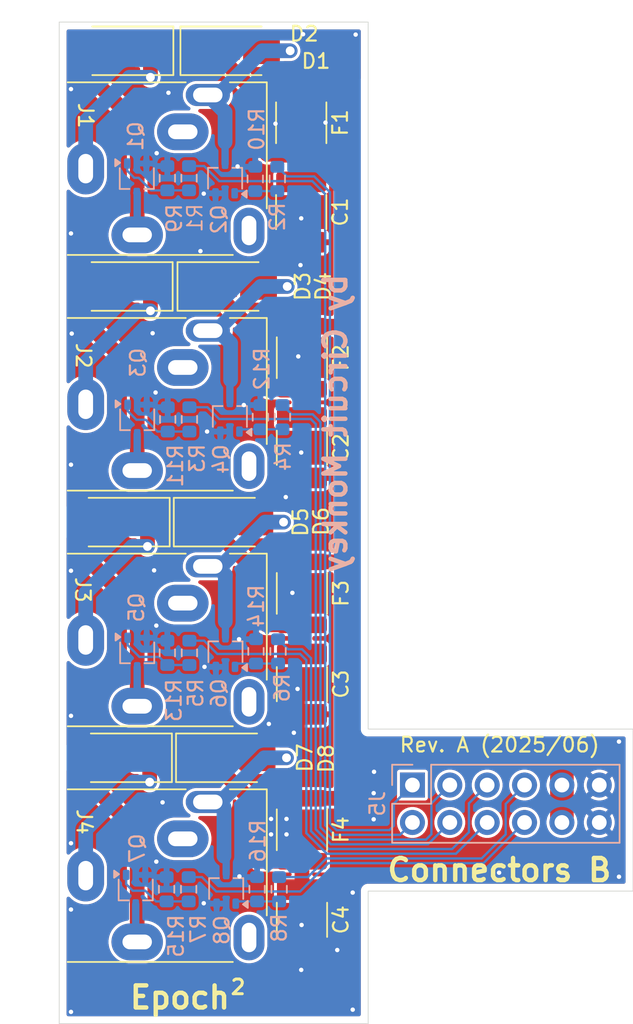
<source format=kicad_pcb>
(kicad_pcb (version 20241229) (generator "pcbnew") (generator_version "9.0")
  (layers (0 "F.Cu" signal) (2 "B.Cu" signal) (13 "F.Paste" user) (15 "B.Paste" user) (5 "F.SilkS" user "F.Silkscreen") (7 "B.SilkS" user "B.Silkscreen") (1 "F.Mask" user) (3 "B.Mask" user) (25 "Edge.Cuts" user))
  (net 0 "")
  (net 1 "GND")
  (net 3 "Net-(Q1-G)")
  (net 4 "Net-(Q2-G)")
  (net 12 "CH02")
  (net 13 "CH04")
  (net 14 "/VMOT")
  (net 15 "CH06")
  (net 16 "CH03")
  (net 17 "CH05")
  (net 18 "CH01")
  (net 19 "CH07")
  (net 20 "CH08")
  (net 21 "Net-(Q3-G)")
  (net 22 "Net-(Q4-G)")
  (net 23 "Net-(Q5-G)")
  (net 24 "Net-(Q6-G)")
  (net 25 "Net-(Q7-G)")
  (net 26 "Net-(Q8-G)")
  (net 27 "/VMF12")
  (net 28 "/VMF34")
  (net 29 "/VMF56")
  (net 30 "/VMF78")
  (net 31 "/VML1")
  (net 32 "/VML2")
  (net 33 "/VML3")
  (net 34 "/VML4")
  (net 35 "/VML5")
  (net 36 "/VML6")
  (net 37 "/VML7")
  (net 38 "/VML8")
  (footprint "Capacitor_SMD:C_1812_4532Metric" (layer "F.Cu") (at 134.5 78.9 -90)
    (property "Reference" "C2" (at 0 -2.65 90) (layer "F.SilkS"))
    (property "Value" "22uF/16V")
    (pad "1" smd roundrect (at -2.05 0 270) (size 1.4 3.4) (layers "F.Cu" "F.Mask" "F.Paste") (roundrect_rratio 0.178571) (net 28 "/VMF34"))
    (pad "2" smd roundrect (at 2.05 0 270) (size 1.4 3.4) (layers "F.Cu" "F.Mask" "F.Paste") (roundrect_rratio 0.178571) (net 1 "GND"))
  )
  (footprint "Diode_SMD:D_SMA" (layer "F.Cu") (at 129.3 83.95)
    (property "Reference" "D6" (at 6.5 -0.05 270) (layer "F.SilkS"))
    (property "Value" "NRVA4007T3G")
    (pad "1" smd roundrect (at -2 0) (size 2.5 1.8) (layers "F.Cu" "F.Mask" "F.Paste") (roundrect_rratio 0.1388888889) (net 29 "/VMF56"))
    (pad "2" smd roundrect (at 2 0) (size 2.5 1.8) (layers "F.Cu" "F.Mask" "F.Paste") (roundrect_rratio 0.1388888889) (net 36 "/VML6"))
  )
  (footprint "Diode_SMD:D_SMA" (layer "F.Cu") (at 129.45 99.95)
    (property "Reference" "D8" (at 6.7 0.05 270) (layer "F.SilkS"))
    (property "Value" "NRVA4007T3G")
    (pad "1" smd roundrect (at -2 0) (size 2.5 1.8) (layers "F.Cu" "F.Mask" "F.Paste") (roundrect_rratio 0.1388888889) (net 30 "/VMF78"))
    (pad "2" smd roundrect (at 2 0) (size 2.5 1.8) (layers "F.Cu" "F.Mask" "F.Paste") (roundrect_rratio 0.1388888889) (net 38 "/VML8"))
  )
  (footprint "Capacitor_SMD:C_1812_4532Metric" (layer "F.Cu") (at 134.5 110.95 -90)
    (property "Reference" "C4" (at 0 -2.65 90) (layer "F.SilkS"))
    (property "Value" "22uF/16V")
    (pad "1" smd roundrect (at -2.05 0 270) (size 1.4 3.4) (layers "F.Cu" "F.Mask" "F.Paste") (roundrect_rratio 0.178571) (net 30 "/VMF78"))
    (pad "2" smd roundrect (at 2.05 0 270) (size 1.4 3.4) (layers "F.Cu" "F.Mask" "F.Paste") (roundrect_rratio 0.178571) (net 1 "GND"))
  )
  (footprint "Resistor_SMD:R_1812_4532Metric" (layer "F.Cu") (at 134.45 56.8375 -90)
    (property "Reference" "F1" (at 0 -2.65 90) (layer "F.SilkS"))
    (property "Value" "MF-MSMF075")
    (pad "1" smd roundrect (at -2.1375 0 270) (size 1.125 3.4) (layers "F.Cu" "F.Mask" "F.Paste") (roundrect_rratio 0.222222) (net 14 "/VMOT"))
    (pad "2" smd roundrect (at 2.1375 0 270) (size 1.125 3.4) (layers "F.Cu" "F.Mask" "F.Paste") (roundrect_rratio 0.222222) (net 27 "/VMF12"))
  )
  (footprint "Connector_Audio:Jack_3.5mm_CUI_SJ1-3515N_Horizontal" (layer "F.Cu") (at 119.8 107.95)
    (property "Reference" "J4" (at -0.1 -3.65 270) (layer "F.SilkS"))
    (property "Value" "Jack - Tayda A-4780")
    (pad "R" thru_hole oval (at 8.3 -5) (size 3 1.5) (drill oval 2 1) (layers "*.Cu" "*.Mask") (net 38 "/VML8"))
    (pad "RN" thru_hole oval (at 6.6 -2.5) (size 3.5 2.5) (drill oval 2 1) (layers "*.Cu" "*.Mask"))
    (pad "S" thru_hole oval (at 0 0 270) (size 3.5 2.5) (drill oval 2 1) (layers "*.Cu" "*.Mask") (net 30 "/VMF78"))
    (pad "T" thru_hole oval (at 3.5 4.5) (size 3.5 2.5) (drill oval 2 1) (layers "*.Cu" "*.Mask") (net 37 "/VML7"))
    (pad "TN" thru_hole oval (at 11.1 4.2 90) (size 3.1 2.1) (drill oval 2 1) (layers "*.Cu" "*.Mask"))
  )
  (footprint "Diode_SMD:D_SMA" (layer "F.Cu") (at 129.75 51.95)
    (property "Reference" "D2" (at 4.9 -1.15 180) (layer "F.SilkS"))
    (property "Value" "NRVA4007T3G")
    (pad "1" smd roundrect (at -2 0) (size 2.5 1.8) (layers "F.Cu" "F.Mask" "F.Paste") (roundrect_rratio 0.1388888889) (net 27 "/VMF12"))
    (pad "2" smd roundrect (at 2 0) (size 2.5 1.8) (layers "F.Cu" "F.Mask" "F.Paste") (roundrect_rratio 0.1388888889) (net 32 "/VML2"))
  )
  (footprint "Resistor_SMD:R_1812_4532Metric" (layer "F.Cu") (at 134.5 88.7875 -90)
    (property "Reference" "F3" (at 0 -2.65 90) (layer "F.SilkS"))
    (property "Value" "MF-MSMF075")
    (pad "1" smd roundrect (at -2.1375 0 270) (size 1.125 3.4) (layers "F.Cu" "F.Mask" "F.Paste") (roundrect_rratio 0.222222) (net 14 "/VMOT"))
    (pad "2" smd roundrect (at 2.1375 0 270) (size 1.125 3.4) (layers "F.Cu" "F.Mask" "F.Paste") (roundrect_rratio 0.222222) (net 29 "/VMF56"))
  )
  (footprint "Resistor_SMD:R_1812_4532Metric" (layer "F.Cu") (at 134.5 72.7875 -90)
    (property "Reference" "F2" (at 0 -2.65 90) (layer "F.SilkS"))
    (property "Value" "MF-MSMF075")
    (pad "1" smd roundrect (at -2.1375 0 270) (size 1.125 3.4) (layers "F.Cu" "F.Mask" "F.Paste") (roundrect_rratio 0.222222) (net 14 "/VMOT"))
    (pad "2" smd roundrect (at 2.1375 0 270) (size 1.125 3.4) (layers "F.Cu" "F.Mask" "F.Paste") (roundrect_rratio 0.222222) (net 28 "/VMF34"))
  )
  (footprint "Diode_SMD:D_SMA" (layer "F.Cu") (at 122.2 67.95 180)
    (property "Reference" "D3" (at -12.35 0 270) (layer "F.SilkS"))
    (property "Value" "NRVA4007T3G")
    (pad "1" smd roundrect (at -2 0 180) (size 2.5 1.8) (layers "F.Cu" "F.Mask" "F.Paste") (roundrect_rratio 0.1388888889) (net 28 "/VMF34"))
    (pad "2" smd roundrect (at 2 0 180) (size 2.5 1.8) (layers "F.Cu" "F.Mask" "F.Paste") (roundrect_rratio 0.1388888889) (net 33 "/VML3"))
  )
  (footprint "Diode_SMD:D_SMA" (layer "F.Cu") (at 129.55 67.95)
    (property "Reference" "D4" (at 6.4 0 90) (layer "F.SilkS"))
    (property "Value" "NRVA4007T3G")
    (pad "1" smd roundrect (at -2 0) (size 2.5 1.8) (layers "F.Cu" "F.Mask" "F.Paste") (roundrect_rratio 0.1388888889) (net 28 "/VMF34"))
    (pad "2" smd roundrect (at 2 0) (size 2.5 1.8) (layers "F.Cu" "F.Mask" "F.Paste") (roundrect_rratio 0.1388888889) (net 34 "/VML4"))
  )
  (footprint "Capacitor_SMD:C_1812_4532Metric" (layer "F.Cu") (at 134.5 94.95 -90)
    (property "Reference" "C3" (at 0 -2.65 90) (layer "F.SilkS"))
    (property "Value" "22uF/16V")
    (pad "1" smd roundrect (at -2.05 0 270) (size 1.4 3.4) (layers "F.Cu" "F.Mask" "F.Paste") (roundrect_rratio 0.178571) (net 29 "/VMF56"))
    (pad "2" smd roundrect (at 2.05 0 270) (size 1.4 3.4) (layers "F.Cu" "F.Mask" "F.Paste") (roundrect_rratio 0.178571) (net 1 "GND"))
  )
  (footprint "Connector_Audio:Jack_3.5mm_CUI_SJ1-3515N_Horizontal" (layer "F.Cu") (at 119.8 59.95)
    (property "Reference" "J1" (at 0 -3.6 270) (layer "F.SilkS"))
    (property "Value" "Jack - Tayda A-4780")
    (pad "R" thru_hole oval (at 8.3 -5) (size 3 1.5) (drill oval 2 1) (layers "*.Cu" "*.Mask") (net 32 "/VML2"))
    (pad "RN" thru_hole oval (at 6.6 -2.5) (size 3.5 2.5) (drill oval 2 1) (layers "*.Cu" "*.Mask"))
    (pad "S" thru_hole oval (at 0 0 270) (size 3.5 2.5) (drill oval 2 1) (layers "*.Cu" "*.Mask") (net 27 "/VMF12"))
    (pad "T" thru_hole oval (at 3.5 4.5) (size 3.5 2.5) (drill oval 2 1) (layers "*.Cu" "*.Mask") (net 31 "/VML1"))
    (pad "TN" thru_hole oval (at 11.1 4.2 90) (size 3.1 2.1) (drill oval 2 1) (layers "*.Cu" "*.Mask"))
  )
  (footprint "Resistor_SMD:R_1812_4532Metric" (layer "F.Cu") (at 134.5 104.8375 -90)
    (property "Reference" "F4" (at 0 -2.65 90) (layer "F.SilkS"))
    (property "Value" "MF-MSMF075")
    (pad "1" smd roundrect (at -2.1375 0 270) (size 1.125 3.4) (layers "F.Cu" "F.Mask" "F.Paste") (roundrect_rratio 0.222222) (net 14 "/VMOT"))
    (pad "2" smd roundrect (at 2.1375 0 270) (size 1.125 3.4) (layers "F.Cu" "F.Mask" "F.Paste") (roundrect_rratio 0.222222) (net 30 "/VMF78"))
  )
  (footprint "Connector_Audio:Jack_3.5mm_CUI_SJ1-3515N_Horizontal" (layer "F.Cu") (at 119.8 75.95)
    (property "Reference" "J2" (at -0.15 -3.3 270) (layer "F.SilkS"))
    (property "Value" "Jack - Tayda A-4780")
    (pad "R" thru_hole oval (at 8.3 -5) (size 3 1.5) (drill oval 2 1) (layers "*.Cu" "*.Mask") (net 34 "/VML4"))
    (pad "RN" thru_hole oval (at 6.6 -2.5) (size 3.5 2.5) (drill oval 2 1) (layers "*.Cu" "*.Mask"))
    (pad "S" thru_hole oval (at 0 0 270) (size 3.5 2.5) (drill oval 2 1) (layers "*.Cu" "*.Mask") (net 28 "/VMF34"))
    (pad "T" thru_hole oval (at 3.5 4.5) (size 3.5 2.5) (drill oval 2 1) (layers "*.Cu" "*.Mask") (net 33 "/VML3"))
    (pad "TN" thru_hole oval (at 11.1 4.2 90) (size 3.1 2.1) (drill oval 2 1) (layers "*.Cu" "*.Mask"))
  )
  (footprint "Capacitor_SMD:C_1812_4532Metric" (layer "F.Cu") (at 134.45 62.9 -90)
    (property "Reference" "C1" (at 0 -2.65 90) (layer "F.SilkS"))
    (property "Value" "22uF/16V")
    (pad "1" smd roundrect (at -2.05 0 270) (size 1.4 3.4) (layers "F.Cu" "F.Mask" "F.Paste") (roundrect_rratio 0.178571) (net 27 "/VMF12"))
    (pad "2" smd roundrect (at 2.05 0 270) (size 1.4 3.4) (layers "F.Cu" "F.Mask" "F.Paste") (roundrect_rratio 0.178571) (net 1 "GND"))
  )
  (footprint "Diode_SMD:D_SMA" (layer "F.Cu") (at 122 83.95 180)
    (property "Reference" "D5" (at -12.4 0 90) (layer "F.SilkS"))
    (property "Value" "NRVA4007T3G")
    (pad "1" smd roundrect (at -2 0 180) (size 2.5 1.8) (layers "F.Cu" "F.Mask" "F.Paste") (roundrect_rratio 0.1388888889) (net 29 "/VMF56"))
    (pad "2" smd roundrect (at 2 0 180) (size 2.5 1.8) (layers "F.Cu" "F.Mask" "F.Paste") (roundrect_rratio 0.1388888889) (net 35 "/VML5"))
  )
  (footprint "Diode_SMD:D_SMA" (layer "F.Cu") (at 122.15 99.95 180)
    (property "Reference" "D7" (at -12.55 0 270) (layer "F.SilkS"))
    (property "Value" "NRVA4007T3G")
    (pad "1" smd roundrect (at -2 0 180) (size 2.5 1.8) (layers "F.Cu" "F.Mask" "F.Paste") (roundrect_rratio 0.1388888889) (net 30 "/VMF78"))
    (pad "2" smd roundrect (at 2 0 180) (size 2.5 1.8) (layers "F.Cu" "F.Mask" "F.Paste") (roundrect_rratio 0.1388888889) (net 37 "/VML7"))
  )
  (footprint "Connector_Audio:Jack_3.5mm_CUI_SJ1-3515N_Horizontal" (layer "F.Cu") (at 119.8 91.95)
    (property "Reference" "J3" (at -0.2 -3.4 270) (layer "F.SilkS"))
    (property "Value" "Jack - Tayda A-4780")
    (pad "R" thru_hole oval (at 8.3 -5) (size 3 1.5) (drill oval 2 1) (layers "*.Cu" "*.Mask") (net 36 "/VML6"))
    (pad "RN" thru_hole oval (at 6.6 -2.5) (size 3.5 2.5) (drill oval 2 1) (layers "*.Cu" "*.Mask"))
    (pad "S" thru_hole oval (at 0 0 270) (size 3.5 2.5) (drill oval 2 1) (layers "*.Cu" "*.Mask") (net 29 "/VMF56"))
    (pad "T" thru_hole oval (at 3.5 4.5) (size 3.5 2.5) (drill oval 2 1) (layers "*.Cu" "*.Mask") (net 35 "/VML5"))
    (pad "TN" thru_hole oval (at 11.1 4.2 90) (size 3.1 2.1) (drill oval 2 1) (layers "*.Cu" "*.Mask"))
  )
  (footprint "Diode_SMD:D_SMA" (layer "F.Cu") (at 122.25 51.95 180)
    (property "Reference" "D1" (at -13.2 -0.7 0) (layer "F.SilkS"))
    (property "Value" "NRVA4007T3G")
    (pad "1" smd roundrect (at -2 0 180) (size 2.5 1.8) (layers "F.Cu" "F.Mask" "F.Paste") (roundrect_rratio 0.1388888889) (net 27 "/VMF12"))
    (pad "2" smd roundrect (at 2 0 180) (size 2.5 1.8) (layers "F.Cu" "F.Mask" "F.Paste") (roundrect_rratio 0.1388888889) (net 31 "/VML1"))
  )
  (footprint "Resistor_SMD:R_0603_1608Metric" (layer "B.Cu") (at 131.325 60.65 90)
    (property "Reference" "R10" (at 3.375 0.1 90) (layer "B.SilkS") (effects (justify mirror)))
    (property "Value" "100K")
    (pad "1" smd roundrect (at -0.825 0 90) (size 0.8 0.95) (layers "B.Cu" "B.Mask" "B.Paste") (net 4 "Net-(Q2-G)"))
    (pad "2" smd roundrect (at 0.825 0 90) (size 0.8 0.95) (layers "B.Cu" "B.Mask" "B.Paste") (net 1 "GND"))
  )
  (footprint "Package_TO_SOT_SMD:SOT-323_SC-70" (layer "B.Cu") (at 123.275 60.6 -90)
    (property "Reference" "Q1" (at -2.85 0.075 90) (layer "B.SilkS") (effects (justify mirror)))
    (property "Value" "Si1308EDL")
    (pad "1" smd roundrect (at -1 0.65) (size 0.45 0.7) (layers "B.Cu" "B.Mask" "B.Paste") (net 3 "Net-(Q1-G)"))
    (pad "2" smd roundrect (at -1 -0.65) (size 0.45 0.7) (layers "B.Cu" "B.Mask" "B.Paste") (net 1 "GND"))
    (pad "3" smd roundrect (at 1 0) (size 0.45 0.7) (layers "B.Cu" "B.Mask" "B.Paste") (net 31 "/VML1"))
  )
  (footprint "Resistor_SMD:R_0603_1608Metric" (layer "B.Cu") (at 126.85 76.975 -90)
    (property "Reference" "R3" (at 2.65 -0.525 90) (layer "B.SilkS") (effects (justify mirror)))
    (property "Value" "100R")
    (pad "1" smd roundrect (at -0.825 0 270) (size 0.8 0.95) (layers "B.Cu" "B.Mask" "B.Paste") (net 16 "CH03"))
    (pad "2" smd roundrect (at 0.825 0 270) (size 0.8 0.95) (layers "B.Cu" "B.Mask" "B.Paste") (net 21 "Net-(Q3-G)"))
  )
  (footprint "Connector_PinHeader_2.54mm:PinHeader_2x06_P2.54mm_Vertical" (layer "B.Cu") (at 142.01 101.8 -90)
    (property "Reference" "J5" (at 1.27 2.38 90) (layer "B.SilkS") (effects (justify mirror)))
    (property "Value" "Conn_02x06_Odd_Even" (hide yes))
    (pad "1" thru_hole rect (at 0 0 270) (size 1.7 1.7) (drill 1) (layers "*.Cu" "*.Mask") (net 12 "CH02"))
    (pad "2" thru_hole circle (at 2.54 0 270) (size 1.7 1.7) (drill 1) (layers "*.Cu" "*.Mask") (net 18 "CH01"))
    (pad "3" thru_hole circle (at 0 -2.54 270) (size 1.7 1.7) (drill 1) (layers "*.Cu" "*.Mask") (net 13 "CH04"))
    (pad "4" thru_hole circle (at 2.54 -2.54 270) (size 1.7 1.7) (drill 1) (layers "*.Cu" "*.Mask") (net 16 "CH03"))
    (pad "5" thru_hole circle (at 0 -5.08 270) (size 1.7 1.7) (drill 1) (layers "*.Cu" "*.Mask") (net 15 "CH06"))
    (pad "6" thru_hole circle (at 2.54 -5.08 270) (size 1.7 1.7) (drill 1) (layers "*.Cu" "*.Mask") (net 17 "CH05"))
    (pad "7" thru_hole circle (at 0 -7.62 270) (size 1.7 1.7) (drill 1) (layers "*.Cu" "*.Mask") (net 20 "CH08"))
    (pad "8" thru_hole circle (at 2.54 -7.62 270) (size 1.7 1.7) (drill 1) (layers "*.Cu" "*.Mask") (net 19 "CH07"))
    (pad "9" thru_hole circle (at 0 -10.16 270) (size 1.7 1.7) (drill 1) (layers "*.Cu" "*.Mask") (net 14 "/VMOT"))
    (pad "10" thru_hole circle (at 2.54 -10.16 270) (size 1.7 1.7) (drill 1) (layers "*.Cu" "*.Mask") (net 14 "/VMOT"))
    (pad "11" thru_hole circle (at 0 -12.7 270) (size 1.7 1.7) (drill 1) (layers "*.Cu" "*.Mask") (net 1 "GND"))
    (pad "12" thru_hole circle (at 2.54 -12.7 270) (size 1.7 1.7) (drill 1) (layers "*.Cu" "*.Mask") (net 1 "GND"))
  )
  (footprint "Package_TO_SOT_SMD:SOT-323_SC-70" (layer "B.Cu") (at 129.275 60.625 90)
    (property "Reference" "Q2" (at -2.775 -0.425 90) (layer "B.SilkS") (effects (justify mirror)))
    (property "Value" "Si1308EDL")
    (pad "1" smd roundrect (at -1 0.65 180) (size 0.45 0.7) (layers "B.Cu" "B.Mask" "B.Paste") (net 4 "Net-(Q2-G)"))
    (pad "2" smd roundrect (at -1 -0.65 180) (size 0.45 0.7) (layers "B.Cu" "B.Mask" "B.Paste") (net 1 "GND"))
    (pad "3" smd roundrect (at 1 0 180) (size 0.45 0.7) (layers "B.Cu" "B.Mask" "B.Paste") (net 32 "/VML2"))
  )
  (footprint "Resistor_SMD:R_0603_1608Metric" (layer "B.Cu") (at 132.825 60.65 -90)
    (property "Reference" "R2" (at 2.575 0 90) (layer "B.SilkS") (effects (justify mirror)))
    (property "Value" "100R")
    (pad "1" smd roundrect (at -0.825 0 270) (size 0.8 0.95) (layers "B.Cu" "B.Mask" "B.Paste") (net 12 "CH02"))
    (pad "2" smd roundrect (at 0.825 0 270) (size 0.8 0.95) (layers "B.Cu" "B.Mask" "B.Paste") (net 4 "Net-(Q2-G)"))
  )
  (footprint "Resistor_SMD:R_0603_1608Metric" (layer "B.Cu") (at 126.825 60.6 -90)
    (property "Reference" "R1" (at 2.7 -0.4 90) (layer "B.SilkS") (effects (font (thickness 0.127) (bold yes)) (justify mirror)))
    (property "Value" "100R" (hide yes))
    (pad "1" smd roundrect (at -0.825 0 270) (size 0.8 0.95) (layers "B.Cu" "B.Mask" "B.Paste") (net 18 "CH01"))
    (pad "2" smd roundrect (at 0.825 0 270) (size 0.8 0.95) (layers "B.Cu" "B.Mask" "B.Paste") (net 3 "Net-(Q1-G)"))
  )
  (footprint "Resistor_SMD:R_0603_1608Metric" (layer "B.Cu") (at 131.45 108.875 90)
    (property "Reference" "R16" (at 3.275 0.05 90) (layer "B.SilkS") (effects (justify mirror)))
    (property "Value" "100K")
    (pad "1" smd roundrect (at -0.825 0 90) (size 0.8 0.95) (layers "B.Cu" "B.Mask" "B.Paste") (net 26 "Net-(Q8-G)"))
    (pad "2" smd roundrect (at 0.825 0 90) (size 0.8 0.95) (layers "B.Cu" "B.Mask" "B.Paste") (net 1 "GND"))
  )
  (footprint "Resistor_SMD:R_0603_1608Metric" (layer "B.Cu") (at 132.95 108.875 -90)
    (property "Reference" "R8" (at 2.625 0 90) (layer "B.SilkS") (effects (justify mirror)))
    (property "Value" "100R")
    (pad "1" smd roundrect (at -0.825 0 270) (size 0.8 0.95) (layers "B.Cu" "B.Mask" "B.Paste") (net 20 "CH08"))
    (pad "2" smd roundrect (at 0.825 0 270) (size 0.8 0.95) (layers "B.Cu" "B.Mask" "B.Paste") (net 26 "Net-(Q8-G)"))
  )
  (footprint "Package_TO_SOT_SMD:SOT-323_SC-70" (layer "B.Cu") (at 129.3 92.775 90)
    (property "Reference" "Q6" (at -2.8 -0.45 90) (layer "B.SilkS") (effects (justify mirror)))
    (property "Value" "Si1308EDL")
    (pad "1" smd roundrect (at -1 0.65 180) (size 0.45 0.7) (layers "B.Cu" "B.Mask" "B.Paste") (net 24 "Net-(Q6-G)"))
    (pad "2" smd roundrect (at -1 -0.65 180) (size 0.45 0.7) (layers "B.Cu" "B.Mask" "B.Paste") (net 1 "GND"))
    (pad "3" smd roundrect (at 1 0 180) (size 0.45 0.7) (layers "B.Cu" "B.Mask" "B.Paste") (net 36 "/VML6"))
  )
  (footprint "Resistor_SMD:R_0603_1608Metric" (layer "B.Cu") (at 125.375 76.975 90)
    (property "Reference" "R11" (at -3.15 0.525 90) (layer "B.SilkS") (effects (justify mirror)))
    (property "Value" "100K")
    (pad "1" smd roundrect (at -0.825 0 90) (size 0.8 0.95) (layers "B.Cu" "B.Mask" "B.Paste") (net 21 "Net-(Q3-G)"))
    (pad "2" smd roundrect (at 0.825 0 90) (size 0.8 0.95) (layers "B.Cu" "B.Mask" "B.Paste") (net 1 "GND"))
  )
  (footprint "Package_TO_SOT_SMD:SOT-323_SC-70" (layer "B.Cu") (at 129.6 76.8 90)
    (property "Reference" "Q4" (at -2.875 -0.6 90) (layer "B.SilkS") (effects (justify mirror)))
    (property "Value" "Si1308EDL")
    (pad "1" smd roundrect (at -1 0.65 180) (size 0.45 0.7) (layers "B.Cu" "B.Mask" "B.Paste") (net 22 "Net-(Q4-G)"))
    (pad "2" smd roundrect (at -1 -0.65 180) (size 0.45 0.7) (layers "B.Cu" "B.Mask" "B.Paste") (net 1 "GND"))
    (pad "3" smd roundrect (at 1 0 180) (size 0.45 0.7) (layers "B.Cu" "B.Mask" "B.Paste") (net 34 "/VML4"))
  )
  (footprint "Resistor_SMD:R_0603_1608Metric" (layer "B.Cu") (at 131.375 92.725 90)
    (property "Reference" "R14" (at 3.075 0.025 90) (layer "B.SilkS") (effects (justify mirror)))
    (property "Value" "100K")
    (pad "1" smd roundrect (at -0.825 0 90) (size 0.8 0.95) (layers "B.Cu" "B.Mask" "B.Paste") (net 24 "Net-(Q6-G)"))
    (pad "2" smd roundrect (at 0.825 0 90) (size 0.8 0.95) (layers "B.Cu" "B.Mask" "B.Paste") (net 1 "GND"))
  )
  (footprint "Resistor_SMD:R_0603_1608Metric" (layer "B.Cu") (at 131.675 76.825 90)
    (property "Reference" "R12" (at 3.275 0.1 90) (layer "B.SilkS") (effects (justify mirror)))
    (property "Value" "100K")
    (pad "1" smd roundrect (at -0.825 0 90) (size 0.8 0.95) (layers "B.Cu" "B.Mask" "B.Paste") (net 22 "Net-(Q4-G)"))
    (pad "2" smd roundrect (at 0.825 0 90) (size 0.8 0.95) (layers "B.Cu" "B.Mask" "B.Paste") (net 1 "GND"))
  )
  (footprint "Package_TO_SOT_SMD:SOT-323_SC-70" (layer "B.Cu") (at 123.3 76.975 -90)
    (property "Reference" "Q3" (at -3.85 -0.05 90) (layer "B.SilkS") (effects (justify mirror)))
    (property "Value" "Si1308EDL")
    (pad "1" smd roundrect (at -1 0.65) (size 0.45 0.7) (layers "B.Cu" "B.Mask" "B.Paste") (net 21 "Net-(Q3-G)"))
    (pad "2" smd roundrect (at -1 -0.65) (size 0.45 0.7) (layers "B.Cu" "B.Mask" "B.Paste") (net 1 "GND"))
    (pad "3" smd roundrect (at 1 0) (size 0.45 0.7) (layers "B.Cu" "B.Mask" "B.Paste") (net 33 "/VML3"))
  )
  (footprint "Resistor_SMD:R_0603_1608Metric" (layer "B.Cu") (at 126.8 108.875 -90)
    (property "Reference" "R7" (at 2.7 -0.65 90) (layer "B.SilkS") (effects (justify mirror)))
    (property "Value" "100R")
    (pad "1" smd roundrect (at -0.825 0 270) (size 0.8 0.95) (layers "B.Cu" "B.Mask" "B.Paste") (net 19 "CH07"))
    (pad "2" smd roundrect (at 0.825 0 270) (size 0.8 0.95) (layers "B.Cu" "B.Mask" "B.Paste") (net 25 "Net-(Q7-G)"))
  )
  (footprint "Package_TO_SOT_SMD:SOT-323_SC-70" (layer "B.Cu") (at 123.2 108.9 -90)
    (property "Reference" "Q7" (at -2.8 -0.1 90) (layer "B.SilkS") (effects (justify mirror)))
    (property "Value" "Si1308EDL")
    (pad "1" smd roundrect (at -1 0.65) (size 0.45 0.7) (layers "B.Cu" "B.Mask" "B.Paste") (net 25 "Net-(Q7-G)"))
    (pad "2" smd roundrect (at -1 -0.65) (size 0.45 0.7) (layers "B.Cu" "B.Mask" "B.Paste") (net 1 "GND"))
    (pad "3" smd roundrect (at 1 0) (size 0.45 0.7) (layers "B.Cu" "B.Mask" "B.Paste") (net 37 "/VML7"))
  )
  (footprint "Resistor_SMD:R_0603_1608Metric" (layer "B.Cu") (at 132.875 92.725 -90)
    (property "Reference" "R6" (at 2.475 -0.275 90) (layer "B.SilkS") (effects (justify mirror)))
    (property "Value" "100R")
    (pad "1" smd roundrect (at -0.825 0 270) (size 0.8 0.95) (layers "B.Cu" "B.Mask" "B.Paste") (net 15 "CH06"))
    (pad "2" smd roundrect (at 0.825 0 270) (size 0.8 0.95) (layers "B.Cu" "B.Mask" "B.Paste") (net 24 "Net-(Q6-G)"))
  )
  (footprint "Resistor_SMD:R_0603_1608Metric" (layer "B.Cu") (at 125.3 108.875 90)
    (property "Reference" "R15" (at -3.175 0.65 90) (layer "B.SilkS") (effects (justify mirror)))
    (property "Value" "100K")
    (pad "1" smd roundrect (at -0.825 0 90) (size 0.8 0.95) (layers "B.Cu" "B.Mask" "B.Paste") (net 25 "Net-(Q7-G)"))
    (pad "2" smd roundrect (at 0.825 0 90) (size 0.8 0.95) (layers "B.Cu" "B.Mask" "B.Paste") (net 1 "GND"))
  )
  (footprint "Package_TO_SOT_SMD:SOT-323_SC-70" (layer "B.Cu") (at 129.35 108.85 90)
    (property "Reference" "Q8" (at -2.8 -0.3 90) (layer "B.SilkS") (effects (justify mirror)))
    (property "Value" "Si1308EDL")
    (pad "1" smd roundrect (at -1 0.65 180) (size 0.45 0.7) (layers "B.Cu" "B.Mask" "B.Paste") (net 26 "Net-(Q8-G)"))
    (pad "2" smd roundrect (at -1 -0.65 180) (size 0.45 0.7) (layers "B.Cu" "B.Mask" "B.Paste") (net 1 "GND"))
    (pad "3" smd roundrect (at 1 0 180) (size 0.45 0.7) (layers "B.Cu" "B.Mask" "B.Paste") (net 38 "/VML8"))
  )
  (footprint "Resistor_SMD:R_0603_1608Metric" (layer "B.Cu") (at 125.35 60.6 90)
    (property "Reference" "R9" (at -2.725 0.475 90) (layer "B.SilkS") (effects (justify mirror)))
    (property "Value" "100K")
    (pad "1" smd roundrect (at -0.825 0 90) (size 0.8 0.95) (layers "B.Cu" "B.Mask" "B.Paste") (net 3 "Net-(Q1-G)"))
    (pad "2" smd roundrect (at 0.825 0 90) (size 0.8 0.95) (layers "B.Cu" "B.Mask" "B.Paste") (net 1 "GND"))
  )
  (footprint "Package_TO_SOT_SMD:SOT-323_SC-70" (layer "B.Cu") (at 123.3 92.8 -90)
    (property "Reference" "Q5" (at -3.05 0.05 90) (layer "B.SilkS") (effects (justify mirror)))
    (property "Value" "Si1308EDL")
    (pad "1" smd roundrect (at -1 0.65) (size 0.45 0.7) (layers "B.Cu" "B.Mask" "B.Paste") (net 23 "Net-(Q5-G)"))
    (pad "2" smd roundrect (at -1 -0.65) (size 0.45 0.7) (layers "B.Cu" "B.Mask" "B.Paste") (net 1 "GND"))
    (pad "3" smd roundrect (at 1 0) (size 0.45 0.7) (layers "B.Cu" "B.Mask" "B.Paste") (net 35 "/VML5"))
  )
  (footprint "Resistor_SMD:R_0603_1608Metric" (layer "B.Cu") (at 125.35 92.825 90)
    (property "Reference" "R13" (at -3.225 0.45 90) (layer "B.SilkS") (effects (justify mirror)))
    (property "Value" "100K")
    (pad "1" smd roundrect (at -0.825 0 90) (size 0.8 0.95) (layers "B.Cu" "B.Mask" "B.Paste") (net 23 "Net-(Q5-G)"))
    (pad "2" smd roundrect (at 0.825 0 90) (size 0.8 0.95) (layers "B.Cu" "B.Mask" "B.Paste") (net 1 "GND"))
  )
  (footprint "Resistor_SMD:R_0603_1608Metric" (layer "B.Cu") (at 133.175 76.825 -90)
    (property "Reference" "R4" (at 2.675 -0.05 90) (layer "B.SilkS") (effects (justify mirror)))
    (property "Value" "100R")
    (pad "1" smd roundrect (at -0.825 0 270) (size 0.8 0.95) (layers "B.Cu" "B.Mask" "B.Paste") (net 13 "CH04"))
    (pad "2" smd roundrect (at 0.825 0 270) (size 0.8 0.95) (layers "B.Cu" "B.Mask" "B.Paste") (net 22 "Net-(Q4-G)"))
  )
  (footprint "Resistor_SMD:R_0603_1608Metric" (layer "B.Cu") (at 126.85 92.825 -90)
    (property "Reference" "R5" (at 2.725 -0.425 90) (layer "B.SilkS") (effects (justify mirror)))
    (property "Value" "100R" (hide yes))
    (pad "1" smd roundrect (at -0.825 0 270) (size 0.8 0.95) (layers "B.Cu" "B.Mask" "B.Paste") (net 17 "CH05"))
    (pad "2" smd roundrect (at 0.825 0 270) (size 0.8 0.95) (layers "B.Cu" "B.Mask" "B.Paste") (net 23 "Net-(Q5-G)"))
  )
  (gr_line (start 139 98) (end 157 98) (stroke (width 0.05)) (layer "Edge.Cuts"))
  (gr_line (start 118 118) (end 118 50) (stroke (width 0.05)) (layer "Edge.Cuts"))
  (gr_line (start 118 50) (end 139 50) (stroke (width 0.05)) (layer "Edge.Cuts"))
  (gr_line (start 157 98) (end 157 109) (stroke (width 0.05)) (layer "Edge.Cuts"))
  (gr_line (start 139 50) (end 139 98) (stroke (width 0.05)) (layer "Edge.Cuts"))
  (gr_line (start 139 109) (end 157 109) (stroke (width 0.05)) (layer "Edge.Cuts"))
  (gr_line (start 139 118) (end 118 118) (stroke (width 0.05)) (layer "Edge.Cuts"))
  (gr_line (start 139 109) (end 139 118) (stroke (width 0.05)) (layer "Edge.Cuts"))
  (gr_text "2" (at 129.55 116.1 0) (layer "F.SilkS") (effects (font (size 1 1) (thickness 0.2) (bold yes)) (justify left bottom)))
  (gr_text "Connectors B" (at 140.15 108.45 0) (layer "F.SilkS") (effects (font (size 1.5 1.5) (thickness 0.3) (bold yes)) (justify left bottom)))
  (gr_text "Rev. A (2025/06)" (at 141.05 99.65 0) (layer "F.SilkS") (effects (font (size 1 1)) (justify left bottom)))
  (gr_text "Epoch" (at 122.65 117.1 0) (layer "F.SilkS") (effects (font (size 1.5 1.5) (thickness 0.3) (bold yes)) (justify left bottom)))
  (gr_text "by Circuit Monkey" (at 137.65 66.95 90) (layer "B.SilkS") (effects (font (size 1.5 1.5) (thickness 0.3) (bold yes)) (justify left bottom mirror)))
  (via (at 124.35 71.125) (size 0.6) (drill 0.3) (layers "F.Cu" "B.Cu") (net 1))
  (via (at 127.825 61.65) (size 0.6) (drill 0.3) (layers "F.Cu" "B.Cu") (net 1))
  (via (at 156.05 98.85) (size 0.6) (drill 0.3) (layers "F.Cu" "B.Cu") (net 1))
  (via (at 137.95 109.1) (size 0.6) (drill 0.3) (layers "F.Cu" "B.Cu") (net 1))
  (via (at 125.425 54.8) (size 0.6) (drill 0.3) (layers "F.Cu" "B.Cu") (net 1))
  (via (at 118.8 87.25) (size 0.6) (drill 0.3) (layers "F.Cu" "B.Cu") (net 1))
  (via (at 134.4 66.5) (size 0.6) (drill 0.3) (layers "F.Cu" "B.Cu") (net 1))
  (via (at 134.45 114.35) (size 0.6) (drill 0.3) (layers "F.Cu" "B.Cu") (net 1))
  (via (at 128.05 77.8) (size 0.6) (drill 0.3) (layers "F.Cu" "B.Cu") (net 1))
  (via (at 132.4 105.15) (size 0.6) (drill 0.3) (layers "F.Cu" "B.Cu") (net 1))
  (via (at 147.9 107.75) (size 0.6) (drill 0.3) (layers "F.Cu" "B.Cu") (net 1))
  (via (at 136.1 56.825) (size 0.6) (drill 0.3) (layers "F.Cu" "B.Cu") (net 1))
  (via (at 132.7 56.9) (size 0.6) (drill 0.3) (layers "F.Cu" "B.Cu") (net 1))
  (via (at 130.225 91.9) (size 0.6) (drill 0.3) (layers "F.Cu" "B.Cu") (net 1))
  (via (at 139.375 102.35) (size 0.6) (drill 0.3) (layers "F.Cu" "B.Cu") (net 1))
  (via (at 139.4 100.9) (size 0.6) (drill 0.3) (layers "F.Cu" "B.Cu") (net 1))
  (via (at 134.2 95.275) (size 0.6) (drill 0.3) (layers "F.Cu" "B.Cu") (net 1))
  (via (at 132.25 97.65) (size 0.6) (drill 0.3) (layers "F.Cu" "B.Cu") (net 1))
  (via (at 138.15 50.85) (size 0.6) (drill 0.3) (layers "F.Cu" "B.Cu") (net 1))
  (via (at 134.25 72.7) (size 0.6) (drill 0.3) (layers "F.Cu" "B.Cu") (net 1))
  (via (at 134.45 79.225) (size 0.6) (drill 0.3) (layers "F.Cu" "B.Cu") (net 1))
  (via (at 118.8 110.25) (size 0.6) (drill 0.3) (layers "F.Cu" "B.Cu") (net 1))
  (via (at 124.625 58.9) (size 0.6) (drill 0.3) (layers "F.Cu" "B.Cu") (net 1))
  (via (at 133.45 104.1) (size 0.6) (drill 0.3) (layers "F.Cu" "B.Cu") (net 1))
  (via (at 134.475 111.3) (size 0.6) (drill 0.3) (layers "F.Cu" "B.Cu") (net 1))
  (via (at 130.25 108) (size 0.6) (drill 0.3) (layers "F.Cu" "B.Cu") (net 1))
  (via (at 124.6 107) (size 0.6) (drill 0.3) (layers "F.Cu" "B.Cu") (net 1))
  (via (at 133.45 105.15) (size 0.6) (drill 0.3) (layers "F.Cu" "B.Cu") (net 1))
  (via (at 118.8 54.55) (size 0.6) (drill 0.3) (layers "F.Cu" "B.Cu") (net 1))
  (via (at 136.9 113) (size 0.6) (drill 0.3) (layers "F.Cu" "B.Cu") (net 1))
  (via (at 124.55 75.15) (size 0.6) (drill 0.3) (layers "F.Cu" "B.Cu") (net 1))
  (via (at 127.825 109.825) (size 0.6) (drill 0.3) (layers "F.Cu" "B.Cu") (net 1))
  (via (at 130.55 76) (size 0.6) (drill 0.3) (layers "F.Cu" "B.Cu") (net 1))
  (via (at 124.6 90.975) (size 0.6) (drill 0.3) (layers "F.Cu" "B.Cu") (net 1))
  (via (at 133.4 82.25) (size 0.6) (drill 0.3) (layers "F.Cu" "B.Cu") (net 1))
  (via (at 132.4 104.1) (size 0.6) (drill 0.3) (layers "F.Cu" "B.Cu") (net 1))
  (via (at 139.375 104.125) (size 0.6) (drill 0.3) (layers "F.Cu" "B.Cu") (net 1))
  (via (at 134.45 63.325) (size 0.6) (drill 0.3) (layers "F.Cu" "B.Cu") (net 1))
  (via (at 125.025 102.975) (size 0.6) (drill 0.3) (layers "F.Cu" "B.Cu") (net 1))
  (via (at 118.8 105.75) (size 0.6) (drill 0.3) (layers "F.Cu" "B.Cu") (net 1))
  (via (at 137.95 117.05) (size 0.6) (drill 0.3) (layers "F.Cu" "B.Cu") (net 1))
  (via (at 134.575 50.825) (size 0.6) (drill 0.3) (layers "F.Cu" "B.Cu") (net 1))
  (via (at 118.8 64.35) (size 0.6) (drill 0.3) (layers "F.Cu" "B.Cu") (net 1))
  (via (at 130.125 59.8) (size 0.6) (drill 0.3) (layers "F.Cu" "B.Cu") (net 1))
  (via (at 118.8 117.2) (size 0.6) (drill 0.3) (layers "F.Cu" "B.Cu") (net 1))
  (via (at 118.8 97.1) (size 0.6) (drill 0.3) (layers "F.Cu" "B.Cu") (net 1))
  (via (at 118.85 71.15) (size 0.6) (drill 0.3) (layers "F.Cu" "B.Cu") (net 1))
  (via (at 127.875 93.775) (size 0.6) (drill 0.3) (layers "F.Cu" "B.Cu") (net 1))
  (via (at 127.6 65.55) (size 0.6) (drill 0.3) (layers "F.Cu" "B.Cu") (net 1))
  (via (at 124.45 87.225) (size 0.6) (drill 0.3) (layers "F.Cu" "B.Cu") (net 1))
  (via (at 133.85 88.75) (size 0.6) (drill 0.3) (layers "F.Cu" "B.Cu") (net 1))
  (via (at 133.95 98.25) (size 0.6) (drill 0.3) (layers "F.Cu" "B.Cu") (net 1))
  (via (at 156.05 108.025) (size 0.6) (drill 0.3) (layers "F.Cu" "B.Cu") (net 1))
  (via (at 118.8 80.05) (size 0.6) (drill 0.3) (layers "F.Cu" "B.Cu") (net 1))
  (segment (start 131.85 108.05) (end 131.8 108.05) (width 0.16) (layer "B.Cu") (net 1))
  (segment (start 124.25 61.425) (end 123.4 60.575) (width 0.16) (layer "B.Cu") (net 3))
  (segment (start 126.825 61.425) (end 125.35 61.425) (width 0.16) (layer "B.Cu") (net 3))
  (segment (start 123.1 60.575) (end 122.625 60.1) (width 0.16) (layer "B.Cu") (net 3))
  (segment (start 125.35 61.425) (end 124.25 61.425) (width 0.16) (layer "B.Cu") (net 3))
  (segment (start 123.4 60.575) (end 123.1 60.575) (width 0.16) (layer "B.Cu") (net 3))
  (segment (start 122.625 60.1) (end 122.625 59.6) (width 0.16) (layer "B.Cu") (net 3))
  (segment (start 132.825 61.475) (end 131.325 61.475) (width 0.16) (layer "B.Cu") (net 4))
  (segment (start 131.325 61.475) (end 130.075 61.475) (width 0.16) (layer "B.Cu") (net 4))
  (segment (start 130.075 61.475) (end 129.925 61.625) (width 0.16) (layer "B.Cu") (net 4))
  (segment (start 140.75 104.55) (end 140.442 104.858) (width 0.16) (layer "B.Cu") (net 12))
  (segment (start 142.01 101.8) (end 142 101.8) (width 0.16) (layer "B.Cu") (net 12))
  (segment (start 135.332962 60.479) (end 133.479 60.479) (width 0.16) (layer "B.Cu") (net 12))
  (segment (start 136.4 61.546038) (end 135.332962 60.479) (width 0.16) (layer "B.Cu") (net 12))
  (segment (start 136.4 104.4) (end 136.4 61.546038) (width 0.16) (layer "B.Cu") (net 12))
  (segment (start 142 101.8) (end 140.75 103.05) (width 0.16) (layer "B.Cu") (net 12))
  (segment (start 133.479 60.479) (end 132.825 59.825) (width 0.16) (layer "B.Cu") (net 12))
  (segment (start 136.858 104.858) (end 136.4 104.4) (width 0.16) (layer "B.Cu") (net 12))
  (segment (start 140.442 104.858) (end 136.858 104.858) (width 0.16) (layer "B.Cu") (net 12))
  (segment (start 140.75 103.05) (end 140.75 104.55) (width 0.16) (layer "B.Cu") (net 12))
  (segment (start 133.804 76.629) (end 133.175 76) (width 0.16) (layer "B.Cu") (net 13))
  (segment (start 135.229 76.629) (end 133.804 76.629) (width 0.16) (layer "B.Cu") (net 13))
  (segment (start 144.55 101.8) (end 143.3 103.05) (width 0.16) (layer "B.Cu") (net 13))
  (segment (start 135.758 77.157999) (end 135.229 76.629) (width 0.16) (layer "B.Cu") (net 13))
  (segment (start 143.3 105.136038) (end 142.936038 105.5) (width 0.16) (layer "B.Cu") (net 13))
  (segment (start 142.936038 105.5) (end 136.592074 105.5) (width 0.16) (layer "B.Cu") (net 13))
  (segment (start 135.758 104.665924) (end 135.758 77.157999) (width 0.16) (layer "B.Cu") (net 13))
  (segment (start 136.592074 105.5) (end 135.758 104.665924) (width 0.16) (layer "B.Cu") (net 13))
  (segment (start 143.3 103.05) (end 143.3 105.136038) (width 0.16) (layer "B.Cu") (net 13))
  (segment (start 151.001 99.301) (end 137.999 99.301) (width 1.6) (layer "F.Cu") (net 14))
  (segment (start 152.17 100.47) (end 151.001 99.301) (width 1.6) (layer "F.Cu") (net 14))
  (segment (start 134.5 70.65) (end 137.65 70.65) (width 1) (layer "F.Cu") (net 14))
  (segment (start 137.65 70.65) (end 137.65 86.65) (width 1.6) (layer "F.Cu") (net 14))
  (segment (start 137.65 99.65) (end 137.65 102.7) (width 1.6) (layer "F.Cu") (net 14))
  (segment (start 137.65 86.65) (end 137.65 99.65) (width 1.6) (layer "F.Cu") (net 14))
  (segment (start 134.5 102.7) (end 137.65 102.7) (width 1) (layer "F.Cu") (net 14))
  (segment (start 137.65 54.7) (end 137.65 70.65) (width 1.6) (layer "F.Cu") (net 14))
  (segment (start 134.5 86.65) (end 137.65 86.65) (width 1) (layer "F.Cu") (net 14))
  (segment (start 152.17 101.8) (end 152.17 100.47) (width 1.6) (layer "F.Cu") (net 14))
  (segment (start 137.999 99.301) (end 137.65 99.65) (width 1.6) (layer "F.Cu") (net 14))
  (segment (start 134.45 54.7) (end 137.65 54.7) (width 1) (layer "F.Cu") (net 14))
  (segment (start 152.17 104.34) (end 152.17 101.8) (width 1.6) (layer "F.Cu") (net 14))
  (segment (start 144.708 106.142) (end 145.85 105) (width 0.16) (layer "B.Cu") (net 15))
  (segment (start 135.116 104.93185) (end 136.326149 106.142) (width 0.16) (layer "B.Cu") (net 15))
  (segment (start 145.85 103.04) (end 147.09 101.8) (width 0.16) (layer "B.Cu") (net 15))
  (segment (start 145.85 105) (end 145.85 103.04) (width 0.16) (layer "B.Cu") (net 15))
  (segment (start 132.875 91.9) (end 133.554 92.579) (width 0.16) (layer "B.Cu") (net 15))
  (segment (start 136.326149 106.142) (end 144.708 106.142) (width 0.16) (layer "B.Cu") (net 15))
  (segment (start 135.116 93.187037) (end 135.116 104.93185) (width 0.16) (layer "B.Cu") (net 15))
  (segment (start 133.554 92.579) (end 134.507962 92.579) (width 0.16) (layer "B.Cu") (net 15))
  (segment (start 134.507962 92.579) (end 135.116 93.187037) (width 0.16) (layer "B.Cu") (net 15))
  (segment (start 135.436999 104.798886) (end 136.459111 105.821) (width 0.16) (layer "B.Cu") (net 16))
  (segment (start 135.437 77.290962) (end 135.436999 104.798886) (width 0.16) (layer "B.Cu") (net 16))
  (segment (start 135.096038 76.95) (end 135.437 77.290962) (width 0.16) (layer "B.Cu") (net 16))
  (segment (start 143.069 105.821) (end 144.55 104.34) (width 0.16) (layer "B.Cu") (net 16))
  (segment (start 128.075 76.15) (end 128.875 76.95) (width 0.16) (layer "B.Cu") (net 16))
  (segment (start 126.85 76.15) (end 128.075 76.15) (width 0.16) (layer "B.Cu") (net 16))
  (segment (start 136.459111 105.821) (end 143.069 105.821) (width 0.16) (layer "B.Cu") (net 16))
  (segment (start 128.875 76.95) (end 135.096038 76.95) (width 0.16) (layer "B.Cu") (net 16))
  (segment (start 134.795 93.32) (end 134.375 92.9) (width 0.16) (layer "B.Cu") (net 17))
  (segment (start 136.193187 106.463) (end 134.795 105.064813) (width 0.16) (layer "B.Cu") (net 17))
  (segment (start 144.967 106.463) (end 136.193187 106.463) (width 0.16) (layer "B.Cu") (net 17))
  (segment (start 147.09 104.34) (end 144.967 106.463) (width 0.16) (layer "B.Cu") (net 17))
  (segment (start 128.75 92.9) (end 127.85 92) (width 0.16) (layer "B.Cu") (net 17))
  (segment (start 127.85 92) (end 126.85 92) (width 0.16) (layer "B.Cu") (net 17))
  (segment (start 134.795 105.064813) (end 134.795 93.32) (width 0.16) (layer "B.Cu") (net 17))
  (segment (start 134.375 92.9) (end 128.75 92.9) (width 0.16) (layer "B.Cu") (net 17))
  (segment (start 136.079 61.679) (end 135.2 60.8) (width 0.16) (layer "B.Cu") (net 18))
  (segment (start 128.875 60.8) (end 127.85 59.775) (width 0.16) (layer "B.Cu") (net 18))
  (segment (start 136.725038 105.179) (end 136.079 104.532962) (width 0.16) (layer "B.Cu") (net 18))
  (segment (start 142.01 104.34) (end 141.171 105.179) (width 0.16) (layer "B.Cu") (net 18))
  (segment (start 136.079 104.532962) (end 136.079 61.679) (width 0.16) (layer "B.Cu") (net 18))
  (segment (start 135.2 60.8) (end 128.875 60.8) (width 0.16) (layer "B.Cu") (net 18))
  (segment (start 141.171 105.179) (end 136.725038 105.179) (width 0.16) (layer "B.Cu") (net 18))
  (segment (start 127.85 59.775) (end 126.825 59.775) (width 0.16) (layer "B.Cu") (net 18))
  (segment (start 146.845 107.105) (end 136.295 107.105) (width 0.16) (layer "B.Cu") (net 19))
  (segment (start 127.7 108.05) (end 126.8 108.05) (width 0.16) (layer "B.Cu") (net 19))
  (segment (start 134.375 109.025) (end 128.675 109.025) (width 0.16) (layer "B.Cu") (net 19))
  (segment (start 149.61 104.34) (end 146.845 107.105) (width 0.16) (layer "B.Cu") (net 19))
  (segment (start 136.295 107.105) (end 134.375 109.025) (width 0.16) (layer "B.Cu") (net 19))
  (segment (start 128.675 109.025) (end 127.7 108.05) (width 0.16) (layer "B.Cu") (net 19))
  (segment (start 149.63 104.34) (end 149.61 104.34) (width 0.16) (layer "B.Cu") (net 19))
  (segment (start 134.896038 108.05) (end 132.95 108.05) (width 0.16) (layer "B.Cu") (net 20))
  (segment (start 149.63 101.8) (end 148.35 103.08) (width 0.16) (layer "B.Cu") (net 20))
  (segment (start 148.35 103.08) (end 148.35 105.146038) (width 0.16) (layer "B.Cu") (net 20))
  (segment (start 148.35 105.146038) (end 146.712038 106.784) (width 0.16) (layer "B.Cu") (net 20))
  (segment (start 146.712038 106.784) (end 136.162038 106.784) (width 0.16) (layer "B.Cu") (net 20))
  (segment (start 136.162038 106.784) (end 134.896038 108.05) (width 0.16) (layer "B.Cu") (net 20))
  (segment (start 124.675 77.8) (end 123.875 77) (width 0.16) (layer "B.Cu") (net 21))
  (segment (start 123.25 77) (end 122.65 76.4) (width 0.16) (layer "B.Cu") (net 21))
  (segment (start 123.875 77) (end 123.25 77) (width 0.16) (layer "B.Cu") (net 21))
  (segment (start 122.65 76.4) (end 122.65 75.975) (width 0.16) (layer "B.Cu") (net 21))
  (segment (start 125.375 77.8) (end 124.675 77.8) (width 0.16) (layer "B.Cu") (net 21))
  (segment (start 126.85 77.8) (end 125.375 77.8) (width 0.16) (layer "B.Cu") (net 21))
  (segment (start 130.4 77.65) (end 130.25 77.8) (width 0.16) (layer "B.Cu") (net 22))
  (segment (start 131.675 77.65) (end 130.4 77.65) (width 0.16) (layer "B.Cu") (net 22))
  (segment (start 133.175 77.65) (end 131.675 77.65) (width 0.16) (layer "B.Cu") (net 22))
  (segment (start 123.45 93.1) (end 124.8 93.1) (width 0.16) (layer "B.Cu") (net 23))
  (segment (start 124.8 93.1) (end 125.35 93.65) (width 0.16) (layer "B.Cu") (net 23))
  (segment (start 122.65 91.8) (end 122.65 92.3) (width 0.16) (layer "B.Cu") (net 23))
  (segment (start 126.85 93.65) (end 125.35 93.65) (width 0.16) (layer "B.Cu") (net 23))
  (segment (start 122.65 92.3) (end 123.45 93.1) (width 0.16) (layer "B.Cu") (net 23))
  (segment (start 131.375 93.55) (end 130.175 93.55) (width 0.16) (layer "B.Cu") (net 24))
  (segment (start 130.175 93.55) (end 129.95 93.775) (width 0.16) (layer "B.Cu") (net 24))
  (segment (start 132.875 93.55) (end 131.375 93.55) (width 0.16) (layer "B.Cu") (net 24))
  (segment (start 126.8 109.7) (end 125.3 109.7) (width 0.16) (layer "B.Cu") (net 25))
  (segment (start 123.85 108.975) (end 124.575 109.7) (width 0.16) (layer "B.Cu") (net 25))
  (segment (start 123 108.975) (end 123.85 108.975) (width 0.16) (layer "B.Cu") (net 25))
  (segment (start 124.575 109.7) (end 125.3 109.7) (width 0.16) (layer "B.Cu") (net 25))
  (segment (start 122.55 107.9) (end 122.55 108.525) (width 0.16) (layer "B.Cu") (net 25))
  (segment (start 122.55 108.525) (end 123 108.975) (width 0.16) (layer "B.Cu") (net 25))
  (segment (start 131.45 109.7) (end 130.15 109.7) (width 0.16) (layer "B.Cu") (net 26))
  (segment (start 132.95 109.7) (end 131.45 109.7) (width 0.16) (layer "B.Cu") (net 26))
  (segment (start 130.15 109.7) (end 130 109.85) (width 0.16) (layer "B.Cu") (net 26))
  (segment (start 127.75 51.95) (end 124.25 51.95) (width 1) (layer "F.Cu") (net 27))
  (segment (start 130.95 54.4) (end 130.95 57.8) (width 1) (layer "F.Cu") (net 27))
  (segment (start 127.75 51.95) (end 128.5 51.95) (width 1) (layer "F.Cu") (net 27))
  (segment (start 124.2 52) (end 124.25 51.95) (width 1) (layer "F.Cu") (net 27))
  (segment (start 130.95 57.8) (end 132.125 58.975) (width 1) (layer "F.Cu") (net 27))
  (segment (start 128.5 51.95) (end 130.95 54.4) (width 1) (layer "F.Cu") (net 27))
  (segment (start 124.2 53.75) (end 124.2 52) (width 1) (layer "F.Cu") (net 27))
  (segment (start 132.125 58.975) (end 134.45 58.975) (width 1) (layer "F.Cu") (net 27))
  (segment (start 134.45 60.85) (end 134.45 58.975) (width 1) (layer "F.Cu") (net 27))
  (via (at 124.2 53.75) (size 0.9) (drill 0.6) (layers "F.Cu" "B.Cu") (net 27))
  (segment (start 119.8 56.725) (end 122.775 53.75) (width 1) (layer "B.Cu") (net 27))
  (segment (start 119.8 59.95) (end 119.8 56.725) (width 1) (layer "B.Cu") (net 27))
  (segment (start 122.775 53.75) (end 124.2 53.75) (width 1) (layer "B.Cu") (net 27))
  (segment (start 131.1 73.8) (end 131.1 70.85) (width 1) (layer "F.Cu") (net 28))
  (segment (start 134.5 74.925) (end 134.5 76.85) (width 1) (layer "F.Cu") (net 28))
  (segment (start 127.55 67.95) (end 124.2 67.95) (width 1) (layer "F.Cu") (net 28))
  (segment (start 134.5 74.925) (end 132.225 74.925) (width 1) (layer "F.Cu") (net 28))
  (segment (start 124.2 67.95) (end 124.2 69.6) (width 1) (layer "F.Cu") (net 28))
  (segment (start 128.2 67.95) (end 127.55 67.95) (width 1) (layer "F.Cu") (net 28))
  (segment (start 131.1 70.85) (end 128.2 67.95) (width 1) (layer "F.Cu") (net 28))
  (segment (start 132.225 74.925) (end 131.1 73.8) (width 1) (layer "F.Cu") (net 28))
  (via (at 124.2 69.6) (size 0.9) (drill 0.6) (layers "F.Cu" "B.Cu") (net 28))
  (segment (start 124.2 69.6) (end 123.3 69.6) (width 1) (layer "B.Cu") (net 28))
  (segment (start 123.3 69.6) (end 119.8 73.1) (width 1) (layer "B.Cu") (net 28))
  (segment (start 119.8 73.1) (end 119.8 75.95) (width 1) (layer "B.Cu") (net 28))
  (segment (start 127.3 83.95) (end 124 83.95) (width 1) (layer "F.Cu") (net 29))
  (segment (start 128 83.95) (end 131 86.95) (width 1) (layer "F.Cu") (net 29))
  (segment (start 132.075 90.925) (end 134.5 90.925) (width 1) (layer "F.Cu") (net 29))
  (segment (start 131 89.85) (end 132.075 90.925) (width 1) (layer "F.Cu") (net 29))
  (segment (start 131 86.95) (end 131 89.85) (width 1) (layer "F.Cu") (net 29))
  (segment (start 124 83.95) (end 124 85.6) (width 1) (layer "F.Cu") (net 29))
  (segment (start 127.3 83.95) (end 128 83.95) (width 1) (layer "F.Cu") (net 29))
  (segment (start 134.5 90.925) (end 134.5 92.9) (width 1) (layer "F.Cu") (net 29))
  (via (at 124 85.6) (size 0.9) (drill 0.6) (layers "F.Cu" "B.Cu") (net 29))
  (segment (start 119.8 88.766509) (end 119.8 91.95) (width 1) (layer "B.Cu") (net 29))
  (segment (start 122.966509 85.6) (end 119.8 88.766509) (width 1) (layer "B.Cu") (net 29))
  (segment (start 124 85.6) (end 122.966509 85.6) (width 1) (layer "B.Cu") (net 29))
  (segment (start 127.45 99.95) (end 128.15 99.95) (width 1) (layer "F.Cu") (net 30))
  (segment (start 124.15 99.95) (end 124.15 101.6) (width 1) (layer "F.Cu") (net 30))
  (segment (start 127.45 99.95) (end 124.15 99.95) (width 1) (layer "F.Cu") (net 30))
  (segment (start 128.15 99.95) (end 131.05 102.85) (width 1) (layer "F.Cu") (net 30))
  (segment (start 131.625 106.975) (end 134.5 106.975) (width 1) (layer "F.Cu") (net 30))
  (segment (start 131 102.9) (end 131 106.35) (width 1) (layer "F.Cu") (net 30))
  (segment (start 131 106.35) (end 131.625 106.975) (width 1) (layer "F.Cu") (net 30))
  (segment (start 131.05 102.85) (end 131 102.9) (width 1) (layer "F.Cu") (net 30))
  (segment (start 134.5 106.975) (end 134.5 108.9) (width 1) (layer "F.Cu") (net 30))
  (via (at 124.15 101.6) (size 0.9) (drill 0.6) (layers "F.Cu" "B.Cu") (net 30))
  (segment (start 119.8 104.825) (end 119.8 107.95) (width 1) (layer "B.Cu") (net 30))
  (segment (start 123.025 101.6) (end 119.8 104.825) (width 1) (layer "B.Cu") (net 30))
  (segment (start 124.15 101.6) (end 123.025 101.6) (width 1) (layer "B.Cu") (net 30))
  (segment (start 123.3 56.9) (end 123.3 64.45) (width 1) (layer "F.Cu") (net 31))
  (segment (start 120.25 51.95) (end 120.25 53.85) (width 1) (layer "F.Cu") (net 31))
  (segment (start 120.25 53.85) (end 123.3 56.9) (width 1) (layer "F.Cu") (net 31))
  (segment (start 123.3 61.625) (end 123.275 61.6) (width 0.5) (layer "B.Cu") (net 31))
  (segment (start 123.3 64.45) (end 123.3 61.625) (width 0.5) (layer "B.Cu") (net 31))
  (segment (start 131.75 51.95) (end 133.7 51.95) (width 1) (layer "F.Cu") (net 32))
  (via (at 133.7 51.95) (size 0.9) (drill 0.6) (layers "F.Cu" "B.Cu") (net 32))
  (segment (start 131.8 51.95) (end 128.8 54.95) (width 1) (layer "B.Cu") (net 32))
  (segment (start 129.275 58.15) (end 129.275 56.125) (width 1) (layer "B.Cu") (net 32))
  (segment (start 133.7 51.95) (end 131.8 51.95) (width 1) (layer "B.Cu") (net 32))
  (segment (start 129.275 56.125) (end 128.1 54.95) (width 1) (layer "B.Cu") (net 32))
  (segment (start 128.8 54.95) (end 128.1 54.95) (width 1) (layer "B.Cu") (net 32))
  (segment (start 129.275 58.15) (end 129.275 59.625) (width 0.5) (layer "B.Cu") (net 32))
  (segment (start 120.2 70.75) (end 123.3 73.85) (width 1) (layer "F.Cu") (net 33))
  (segment (start 120.2 67.95) (end 120.2 70.75) (width 1) (layer "F.Cu") (net 33))
  (segment (start 123.3 73.85) (end 123.3 80.45) (width 1) (layer "F.Cu") (net 33))
  (segment (start 123.3 77.975) (end 123.3 80.45) (width 0.5) (layer "B.Cu") (net 33))
  (segment (start 131.55 67.95) (end 133.5 67.95) (width 1) (layer "F.Cu") (net 34))
  (via (at 133.5 67.95) (size 0.9) (drill 0.6) (layers "F.Cu" "B.Cu") (net 34))
  (segment (start 129.65 74.3) (end 129.6 74.35) (width 0.5) (layer "B.Cu") (net 34))
  (segment (start 131.7 67.95) (end 128.7 70.95) (width 1) (layer "B.Cu") (net 34))
  (segment (start 129.65 74.3) (end 129.65 71.8) (width 1) (layer "B.Cu") (net 34))
  (segment (start 129.6 74.35) (end 129.6 75.8) (width 0.5) (layer "B.Cu") (net 34))
  (segment (start 128.1 70.95) (end 128.8 70.95) (width 0.5) (layer "B.Cu") (net 34))
  (segment (start 133.5 67.95) (end 131.7 67.95) (width 1) (layer "B.Cu") (net 34))
  (segment (start 129.65 71.8) (end 128.8 70.95) (width 1) (layer "B.Cu") (net 34))
  (segment (start 128.1 70.95) (end 128.7 70.95) (width 1) (layer "B.Cu") (net 34))
  (segment (start 120 83.95) (end 120 86.55) (width 1) (layer "F.Cu") (net 35))
  (segment (start 123.3 89.85) (end 123.3 96.45) (width 1) (layer "F.Cu") (net 35))
  (segment (start 120 86.55) (end 123.3 89.85) (width 1) (layer "F.Cu") (net 35))
  (segment (start 123.3 93.8) (end 123.3 96.45) (width 0.5) (layer "B.Cu") (net 35))
  (segment (start 131.3 83.95) (end 133.25 83.95) (width 1) (layer "F.Cu") (net 36))
  (via (at 133.25 83.95) (size 0.9) (drill 0.6) (layers "F.Cu" "B.Cu") (net 36))
  (segment (start 129.289 87.561) (end 129.289 90.7) (width 1) (layer "B.Cu") (net 36))
  (segment (start 132 83.95) (end 129 86.95) (width 1) (layer "B.Cu") (net 36))
  (segment (start 129.3 87.55) (end 129.289 87.561) (width 1) (layer "B.Cu") (net 36))
  (segment (start 129 86.95) (end 128.1 86.95) (width 1) (layer "B.Cu") (net 36))
  (segment (start 133.25 83.95) (end 132 83.95) (width 1) (layer "B.Cu") (net 36))
  (segment (start 128.1 86.95) (end 128.7 86.95) (width 1) (layer "B.Cu") (net 36))
  (segment (start 129.3 90.7) (end 129.3 91.775) (width 0.5) (layer "B.Cu") (net 36))
  (segment (start 128.7 86.95) (end 129.3 87.55) (width 1) (layer "B.Cu") (net 36))
  (segment (start 120.15 101.75) (end 123.3 104.9) (width 1) (layer "F.Cu") (net 37))
  (segment (start 120.15 99.95) (end 120.15 101.75) (width 1) (layer "F.Cu") (net 37))
  (segment (start 123.3 104.9) (end 123.3 112.45) (width 1) (layer "F.Cu") (net 37))
  (segment (start 123.2 112.35) (end 123.3 112.45) (width 1) (layer "B.Cu") (net 37))
  (segment (start 123.2 109.9) (end 123.2 112.35) (width 0.5) (layer "B.Cu") (net 37))
  (segment (start 131.45 99.95) (end 133.45 99.95) (width 1) (layer "F.Cu") (net 38))
  (via (at 133.45 99.95) (size 0.9) (drill 0.6) (layers "F.Cu" "B.Cu") (net 38))
  (segment (start 128.95 102.95) (end 128.1 102.95) (width 1) (layer "B.Cu") (net 38))
  (segment (start 128.1 102.95) (end 128.85 102.95) (width 1) (layer "B.Cu") (net 38))
  (segment (start 129.2 103.3) (end 129.2 106.625) (width 1) (layer "B.Cu") (net 38))
  (segment (start 129.35 106.775) (end 129.2 106.625) (width 0.5) (layer "B.Cu") (net 38))
  (segment (start 129.35 107.85) (end 129.35 106.775) (width 0.5) (layer "B.Cu") (net 38))
  (segment (start 133.45 99.95) (end 131.95 99.95) (width 1) (layer "B.Cu") (net 38))
  (segment (start 131.95 99.95) (end 128.95 102.95) (width 1) (layer "B.Cu") (net 38))
  (segment (start 128.85 102.95) (end 129.2 103.3) (width 1) (layer "B.Cu") (net 38))
  (zone (net 1) (net_name "GND") (layers "F.Cu" "B.Cu") (connect_pads (clearance 0.2)) (min_thickness 0.25) (fill yes (thermal_gap 0.2) (thermal_bridge_width 0.4) (smoothing fillet) (radius 0.6))
    (polygon (pts (xy 118 118) (xy 118 50) (xy 139 50) (xy 139 98) (xy 157 98) (xy 157 109) (xy 139 109.002856) (xy 139 118)))
  )
)
</source>
